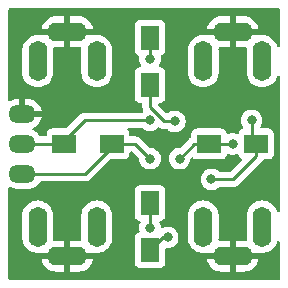
<source format=gbr>
G04 #@! TF.GenerationSoftware,KiCad,Pcbnew,6.0.2+dfsg-1*
G04 #@! TF.CreationDate,2022-10-11T22:50:58+02:00*
G04 #@! TF.ProjectId,buffered_multiple,62756666-6572-4656-945f-6d756c746970,rev?*
G04 #@! TF.SameCoordinates,Original*
G04 #@! TF.FileFunction,Copper,L1,Top*
G04 #@! TF.FilePolarity,Positive*
%FSLAX46Y46*%
G04 Gerber Fmt 4.6, Leading zero omitted, Abs format (unit mm)*
G04 Created by KiCad (PCBNEW 6.0.2+dfsg-1) date 2022-10-11 22:50:58*
%MOMM*%
%LPD*%
G01*
G04 APERTURE LIST*
G04 #@! TA.AperFunction,ComponentPad*
%ADD10O,2.300000X1.524000*%
G04 #@! TD*
G04 #@! TA.AperFunction,SMDPad,CuDef*
%ADD11R,1.600000X2.000000*%
G04 #@! TD*
G04 #@! TA.AperFunction,SMDPad,CuDef*
%ADD12R,2.000000X1.600000*%
G04 #@! TD*
G04 #@! TA.AperFunction,ComponentPad*
%ADD13O,1.600000X3.400000*%
G04 #@! TD*
G04 #@! TA.AperFunction,ComponentPad*
%ADD14O,3.400000X1.600000*%
G04 #@! TD*
G04 #@! TA.AperFunction,ViaPad*
%ADD15C,0.800000*%
G04 #@! TD*
G04 #@! TA.AperFunction,Conductor*
%ADD16C,0.250000*%
G04 #@! TD*
G04 APERTURE END LIST*
D10*
X191705000Y-115040000D03*
X191705000Y-112500000D03*
X191705000Y-109960000D03*
D11*
X202500000Y-103500000D03*
X202500000Y-107500000D03*
D12*
X211500000Y-112500000D03*
X207500000Y-112500000D03*
D13*
X198000000Y-105500000D03*
D14*
X195500000Y-103000000D03*
D13*
X193000000Y-105500000D03*
X212000000Y-105500000D03*
D14*
X209500000Y-103000000D03*
D13*
X207000000Y-105500000D03*
X207000000Y-119500000D03*
D14*
X209500000Y-122000000D03*
D13*
X212000000Y-119500000D03*
X193000000Y-119500000D03*
D14*
X195500000Y-122000000D03*
D13*
X198000000Y-119500000D03*
D11*
X202500000Y-117500000D03*
X202500000Y-121500000D03*
D12*
X195250000Y-112500000D03*
X199250000Y-112500000D03*
D15*
X202500000Y-105300000D03*
X204600000Y-110600000D03*
X205000000Y-113750000D03*
X209500000Y-112500000D03*
X211100000Y-110500000D03*
X207700000Y-115500000D03*
X204000000Y-120400000D03*
X202500000Y-119600000D03*
X202500000Y-110500000D03*
X202500000Y-113750000D03*
D16*
X202500000Y-103500000D02*
X202500000Y-105300000D01*
X203700000Y-110600000D02*
X202500000Y-109400000D01*
X204600000Y-110600000D02*
X203700000Y-110600000D01*
X202500000Y-109400000D02*
X202500000Y-107500000D01*
X207500000Y-112500000D02*
X209500000Y-112500000D01*
X207500000Y-112500000D02*
X206250000Y-112500000D01*
X206250000Y-112500000D02*
X205000000Y-113750000D01*
X211100000Y-110500000D02*
X211100000Y-112100000D01*
X211500000Y-113550000D02*
X209550000Y-115500000D01*
X211100000Y-112100000D02*
X211500000Y-112500000D01*
X211500000Y-112500000D02*
X211500000Y-113550000D01*
X209550000Y-115500000D02*
X207700000Y-115500000D01*
X204000000Y-120400000D02*
X203600000Y-120400000D01*
X203600000Y-120400000D02*
X202500000Y-121500000D01*
X202500000Y-119600000D02*
X202500000Y-117500000D01*
X195250000Y-112250000D02*
X197000000Y-110500000D01*
X192000000Y-112500000D02*
X195250000Y-112500000D01*
X197000000Y-110500000D02*
X202500000Y-110500000D01*
X195250000Y-112500000D02*
X195250000Y-112250000D01*
X199250000Y-112500000D02*
X201250000Y-112500000D01*
X192000000Y-115040000D02*
X196960000Y-115040000D01*
X199250000Y-112750000D02*
X199250000Y-112500000D01*
X201250000Y-112500000D02*
X202500000Y-113750000D01*
X196960000Y-115040000D02*
X199250000Y-112750000D01*
G04 #@! TA.AperFunction,Conductor*
G36*
X213434121Y-101028002D02*
G01*
X213480614Y-101081658D01*
X213492000Y-101134000D01*
X213492000Y-104155500D01*
X213471998Y-104223621D01*
X213418342Y-104270114D01*
X213348068Y-104280218D01*
X213283488Y-104250724D01*
X213244293Y-104188111D01*
X213235707Y-104156067D01*
X213235706Y-104156065D01*
X213234284Y-104150757D01*
X213231961Y-104145775D01*
X213139849Y-103948238D01*
X213139846Y-103948233D01*
X213137523Y-103943251D01*
X213006198Y-103755700D01*
X212844300Y-103593802D01*
X212839792Y-103590645D01*
X212839789Y-103590643D01*
X212761611Y-103535902D01*
X212656749Y-103462477D01*
X212651767Y-103460154D01*
X212651762Y-103460151D01*
X212454225Y-103368039D01*
X212454224Y-103368039D01*
X212449243Y-103365716D01*
X212443935Y-103364294D01*
X212443933Y-103364293D01*
X212233402Y-103307881D01*
X212233400Y-103307881D01*
X212228087Y-103306457D01*
X212000000Y-103286502D01*
X211994525Y-103286981D01*
X211845043Y-103300059D01*
X211792384Y-103304666D01*
X211722779Y-103290677D01*
X211689742Y-103261120D01*
X211673116Y-103254000D01*
X209772115Y-103254000D01*
X209756876Y-103258475D01*
X209755671Y-103259865D01*
X209754000Y-103267548D01*
X209754000Y-104289885D01*
X209758475Y-104305124D01*
X209759865Y-104306329D01*
X209767548Y-104308000D01*
X210454365Y-104308000D01*
X210459830Y-104307762D01*
X210564426Y-104298611D01*
X210634031Y-104312600D01*
X210685023Y-104362000D01*
X210700928Y-104435113D01*
X210691500Y-104542873D01*
X210691500Y-106457127D01*
X210706457Y-106628087D01*
X210765716Y-106849243D01*
X210768039Y-106854224D01*
X210768039Y-106854225D01*
X210860151Y-107051762D01*
X210860154Y-107051767D01*
X210862477Y-107056749D01*
X210993802Y-107244300D01*
X211155700Y-107406198D01*
X211160208Y-107409355D01*
X211160211Y-107409357D01*
X211238389Y-107464098D01*
X211343251Y-107537523D01*
X211348233Y-107539846D01*
X211348238Y-107539849D01*
X211545775Y-107631961D01*
X211550757Y-107634284D01*
X211556065Y-107635706D01*
X211556067Y-107635707D01*
X211766598Y-107692119D01*
X211766600Y-107692119D01*
X211771913Y-107693543D01*
X212000000Y-107713498D01*
X212228087Y-107693543D01*
X212233400Y-107692119D01*
X212233402Y-107692119D01*
X212443933Y-107635707D01*
X212443935Y-107635706D01*
X212449243Y-107634284D01*
X212454225Y-107631961D01*
X212651762Y-107539849D01*
X212651767Y-107539846D01*
X212656749Y-107537523D01*
X212761611Y-107464098D01*
X212839789Y-107409357D01*
X212839792Y-107409355D01*
X212844300Y-107406198D01*
X213006198Y-107244300D01*
X213137523Y-107056749D01*
X213139846Y-107051767D01*
X213139849Y-107051762D01*
X213231961Y-106854225D01*
X213231961Y-106854224D01*
X213234284Y-106849243D01*
X213244293Y-106811889D01*
X213281245Y-106751266D01*
X213345105Y-106720245D01*
X213415600Y-106728673D01*
X213470347Y-106773876D01*
X213492000Y-106844500D01*
X213492000Y-118155500D01*
X213471998Y-118223621D01*
X213418342Y-118270114D01*
X213348068Y-118280218D01*
X213283488Y-118250724D01*
X213244293Y-118188111D01*
X213235707Y-118156067D01*
X213235706Y-118156065D01*
X213234284Y-118150757D01*
X213231961Y-118145775D01*
X213139849Y-117948238D01*
X213139846Y-117948233D01*
X213137523Y-117943251D01*
X213006198Y-117755700D01*
X212844300Y-117593802D01*
X212839792Y-117590645D01*
X212839789Y-117590643D01*
X212761611Y-117535902D01*
X212656749Y-117462477D01*
X212651767Y-117460154D01*
X212651762Y-117460151D01*
X212454225Y-117368039D01*
X212454224Y-117368039D01*
X212449243Y-117365716D01*
X212443935Y-117364294D01*
X212443933Y-117364293D01*
X212233402Y-117307881D01*
X212233400Y-117307881D01*
X212228087Y-117306457D01*
X212000000Y-117286502D01*
X211771913Y-117306457D01*
X211766600Y-117307881D01*
X211766598Y-117307881D01*
X211556067Y-117364293D01*
X211556065Y-117364294D01*
X211550757Y-117365716D01*
X211545776Y-117368039D01*
X211545775Y-117368039D01*
X211348238Y-117460151D01*
X211348233Y-117460154D01*
X211343251Y-117462477D01*
X211238389Y-117535902D01*
X211160211Y-117590643D01*
X211160208Y-117590645D01*
X211155700Y-117593802D01*
X210993802Y-117755700D01*
X210862477Y-117943251D01*
X210860154Y-117948233D01*
X210860151Y-117948238D01*
X210768039Y-118145775D01*
X210765716Y-118150757D01*
X210706457Y-118371913D01*
X210691500Y-118542873D01*
X210691500Y-120457127D01*
X210691738Y-120459844D01*
X210691738Y-120459851D01*
X210700928Y-120564886D01*
X210686939Y-120634491D01*
X210637540Y-120685483D01*
X210564426Y-120701389D01*
X210459830Y-120692238D01*
X210454365Y-120692000D01*
X209772115Y-120692000D01*
X209756876Y-120696475D01*
X209755671Y-120697865D01*
X209754000Y-120705548D01*
X209754000Y-121727885D01*
X209758475Y-121743124D01*
X209759865Y-121744329D01*
X209767548Y-121746000D01*
X211667967Y-121746000D01*
X211683207Y-121741525D01*
X211685981Y-121738324D01*
X211745707Y-121699941D01*
X211792185Y-121695317D01*
X211994524Y-121713019D01*
X211994525Y-121713019D01*
X212000000Y-121713498D01*
X212228087Y-121693543D01*
X212233400Y-121692119D01*
X212233402Y-121692119D01*
X212443933Y-121635707D01*
X212443935Y-121635706D01*
X212449243Y-121634284D01*
X212454225Y-121631961D01*
X212651762Y-121539849D01*
X212651767Y-121539846D01*
X212656749Y-121537523D01*
X212803881Y-121434500D01*
X212839789Y-121409357D01*
X212839792Y-121409355D01*
X212844300Y-121406198D01*
X213006198Y-121244300D01*
X213041557Y-121193803D01*
X213064098Y-121161611D01*
X213137523Y-121056749D01*
X213139846Y-121051767D01*
X213139849Y-121051762D01*
X213231961Y-120854225D01*
X213231961Y-120854224D01*
X213234284Y-120849243D01*
X213244293Y-120811889D01*
X213281245Y-120751266D01*
X213345105Y-120720245D01*
X213415600Y-120728673D01*
X213470347Y-120773876D01*
X213492000Y-120844500D01*
X213492000Y-123866000D01*
X213471998Y-123934121D01*
X213418342Y-123980614D01*
X213366000Y-123992000D01*
X190634000Y-123992000D01*
X190565879Y-123971998D01*
X190519386Y-123918342D01*
X190508000Y-123866000D01*
X190508000Y-122266522D01*
X193317273Y-122266522D01*
X193364764Y-122443761D01*
X193368510Y-122454053D01*
X193460586Y-122651511D01*
X193466069Y-122661007D01*
X193591028Y-122839467D01*
X193598084Y-122847875D01*
X193752125Y-123001916D01*
X193760533Y-123008972D01*
X193938993Y-123133931D01*
X193948489Y-123139414D01*
X194145947Y-123231490D01*
X194156239Y-123235236D01*
X194366688Y-123291625D01*
X194377481Y-123293528D01*
X194540170Y-123307762D01*
X194545635Y-123308000D01*
X195227885Y-123308000D01*
X195243124Y-123303525D01*
X195244329Y-123302135D01*
X195246000Y-123294452D01*
X195246000Y-123289885D01*
X195754000Y-123289885D01*
X195758475Y-123305124D01*
X195759865Y-123306329D01*
X195767548Y-123308000D01*
X196454365Y-123308000D01*
X196459830Y-123307762D01*
X196622519Y-123293528D01*
X196633312Y-123291625D01*
X196843761Y-123235236D01*
X196854053Y-123231490D01*
X197051511Y-123139414D01*
X197061007Y-123133931D01*
X197239467Y-123008972D01*
X197247875Y-123001916D01*
X197401916Y-122847875D01*
X197408972Y-122839467D01*
X197533931Y-122661007D01*
X197539414Y-122651511D01*
X197587619Y-122548134D01*
X201191500Y-122548134D01*
X201198255Y-122610316D01*
X201249385Y-122746705D01*
X201336739Y-122863261D01*
X201453295Y-122950615D01*
X201589684Y-123001745D01*
X201651866Y-123008500D01*
X203348134Y-123008500D01*
X203410316Y-123001745D01*
X203546705Y-122950615D01*
X203663261Y-122863261D01*
X203750615Y-122746705D01*
X203801745Y-122610316D01*
X203808500Y-122548134D01*
X203808500Y-122266522D01*
X207317273Y-122266522D01*
X207364764Y-122443761D01*
X207368510Y-122454053D01*
X207460586Y-122651511D01*
X207466069Y-122661007D01*
X207591028Y-122839467D01*
X207598084Y-122847875D01*
X207752125Y-123001916D01*
X207760533Y-123008972D01*
X207938993Y-123133931D01*
X207948489Y-123139414D01*
X208145947Y-123231490D01*
X208156239Y-123235236D01*
X208366688Y-123291625D01*
X208377481Y-123293528D01*
X208540170Y-123307762D01*
X208545635Y-123308000D01*
X209227885Y-123308000D01*
X209243124Y-123303525D01*
X209244329Y-123302135D01*
X209246000Y-123294452D01*
X209246000Y-123289885D01*
X209754000Y-123289885D01*
X209758475Y-123305124D01*
X209759865Y-123306329D01*
X209767548Y-123308000D01*
X210454365Y-123308000D01*
X210459830Y-123307762D01*
X210622519Y-123293528D01*
X210633312Y-123291625D01*
X210843761Y-123235236D01*
X210854053Y-123231490D01*
X211051511Y-123139414D01*
X211061007Y-123133931D01*
X211239467Y-123008972D01*
X211247875Y-123001916D01*
X211401916Y-122847875D01*
X211408972Y-122839467D01*
X211533931Y-122661007D01*
X211539414Y-122651511D01*
X211631490Y-122454053D01*
X211635236Y-122443761D01*
X211681394Y-122271497D01*
X211681058Y-122257401D01*
X211673116Y-122254000D01*
X209772115Y-122254000D01*
X209756876Y-122258475D01*
X209755671Y-122259865D01*
X209754000Y-122267548D01*
X209754000Y-123289885D01*
X209246000Y-123289885D01*
X209246000Y-122272115D01*
X209241525Y-122256876D01*
X209240135Y-122255671D01*
X209232452Y-122254000D01*
X207332033Y-122254000D01*
X207318502Y-122257973D01*
X207317273Y-122266522D01*
X203808500Y-122266522D01*
X203808500Y-121434500D01*
X203828502Y-121366379D01*
X203882158Y-121319886D01*
X203934500Y-121308500D01*
X204095487Y-121308500D01*
X204101939Y-121307128D01*
X204101944Y-121307128D01*
X204188887Y-121288647D01*
X204282288Y-121268794D01*
X204347435Y-121239789D01*
X204450722Y-121193803D01*
X204450724Y-121193802D01*
X204456752Y-121191118D01*
X204611253Y-121078866D01*
X204739040Y-120936944D01*
X204834527Y-120771556D01*
X204893542Y-120589928D01*
X204907214Y-120459851D01*
X204907500Y-120457127D01*
X205691500Y-120457127D01*
X205706457Y-120628087D01*
X205707881Y-120633400D01*
X205707881Y-120633402D01*
X205743216Y-120765271D01*
X205765716Y-120849243D01*
X205768039Y-120854224D01*
X205768039Y-120854225D01*
X205860151Y-121051762D01*
X205860154Y-121051767D01*
X205862477Y-121056749D01*
X205935902Y-121161611D01*
X205958444Y-121193803D01*
X205993802Y-121244300D01*
X206155700Y-121406198D01*
X206160208Y-121409355D01*
X206160211Y-121409357D01*
X206196119Y-121434500D01*
X206343251Y-121537523D01*
X206348233Y-121539846D01*
X206348238Y-121539849D01*
X206545775Y-121631961D01*
X206550757Y-121634284D01*
X206556065Y-121635706D01*
X206556067Y-121635707D01*
X206766598Y-121692119D01*
X206766600Y-121692119D01*
X206771913Y-121693543D01*
X207000000Y-121713498D01*
X207005475Y-121713019D01*
X207207616Y-121695334D01*
X207277221Y-121709323D01*
X207310258Y-121738880D01*
X207326884Y-121746000D01*
X209227885Y-121746000D01*
X209243124Y-121741525D01*
X209244329Y-121740135D01*
X209246000Y-121732452D01*
X209246000Y-120710115D01*
X209241525Y-120694876D01*
X209240135Y-120693671D01*
X209232452Y-120692000D01*
X208545635Y-120692000D01*
X208540170Y-120692238D01*
X208435574Y-120701389D01*
X208365969Y-120687400D01*
X208314977Y-120638000D01*
X208299072Y-120564886D01*
X208308262Y-120459851D01*
X208308262Y-120459844D01*
X208308500Y-120457127D01*
X208308500Y-118542873D01*
X208293543Y-118371913D01*
X208234284Y-118150757D01*
X208231961Y-118145775D01*
X208139849Y-117948238D01*
X208139846Y-117948233D01*
X208137523Y-117943251D01*
X208006198Y-117755700D01*
X207844300Y-117593802D01*
X207839792Y-117590645D01*
X207839789Y-117590643D01*
X207761611Y-117535902D01*
X207656749Y-117462477D01*
X207651767Y-117460154D01*
X207651762Y-117460151D01*
X207454225Y-117368039D01*
X207454224Y-117368039D01*
X207449243Y-117365716D01*
X207443935Y-117364294D01*
X207443933Y-117364293D01*
X207233402Y-117307881D01*
X207233400Y-117307881D01*
X207228087Y-117306457D01*
X207000000Y-117286502D01*
X206771913Y-117306457D01*
X206766600Y-117307881D01*
X206766598Y-117307881D01*
X206556067Y-117364293D01*
X206556065Y-117364294D01*
X206550757Y-117365716D01*
X206545776Y-117368039D01*
X206545775Y-117368039D01*
X206348238Y-117460151D01*
X206348233Y-117460154D01*
X206343251Y-117462477D01*
X206238389Y-117535902D01*
X206160211Y-117590643D01*
X206160208Y-117590645D01*
X206155700Y-117593802D01*
X205993802Y-117755700D01*
X205862477Y-117943251D01*
X205860154Y-117948233D01*
X205860151Y-117948238D01*
X205768039Y-118145775D01*
X205765716Y-118150757D01*
X205706457Y-118371913D01*
X205691500Y-118542873D01*
X205691500Y-120457127D01*
X204907500Y-120457127D01*
X204912814Y-120406565D01*
X204913504Y-120400000D01*
X204893542Y-120210072D01*
X204834527Y-120028444D01*
X204739040Y-119863056D01*
X204678846Y-119796203D01*
X204615675Y-119726045D01*
X204615674Y-119726044D01*
X204611253Y-119721134D01*
X204456752Y-119608882D01*
X204450724Y-119606198D01*
X204450722Y-119606197D01*
X204288319Y-119533891D01*
X204288318Y-119533891D01*
X204282288Y-119531206D01*
X204188887Y-119511353D01*
X204101944Y-119492872D01*
X204101939Y-119492872D01*
X204095487Y-119491500D01*
X203904513Y-119491500D01*
X203898061Y-119492872D01*
X203898056Y-119492872D01*
X203811113Y-119511353D01*
X203717712Y-119531206D01*
X203711685Y-119533889D01*
X203711677Y-119533892D01*
X203578626Y-119593130D01*
X203508259Y-119602564D01*
X203443962Y-119572457D01*
X203406149Y-119512368D01*
X203402068Y-119491193D01*
X203394232Y-119416635D01*
X203394232Y-119416633D01*
X203393542Y-119410072D01*
X203334527Y-119228444D01*
X203312481Y-119190259D01*
X203295744Y-119121263D01*
X203318965Y-119054172D01*
X203374773Y-119010285D01*
X203394973Y-119005247D01*
X203394778Y-119004425D01*
X203402460Y-119002598D01*
X203410316Y-119001745D01*
X203546705Y-118950615D01*
X203663261Y-118863261D01*
X203750615Y-118746705D01*
X203801745Y-118610316D01*
X203808500Y-118548134D01*
X203808500Y-116451866D01*
X203801745Y-116389684D01*
X203750615Y-116253295D01*
X203663261Y-116136739D01*
X203546705Y-116049385D01*
X203410316Y-115998255D01*
X203348134Y-115991500D01*
X201651866Y-115991500D01*
X201589684Y-115998255D01*
X201453295Y-116049385D01*
X201336739Y-116136739D01*
X201249385Y-116253295D01*
X201198255Y-116389684D01*
X201191500Y-116451866D01*
X201191500Y-118548134D01*
X201198255Y-118610316D01*
X201249385Y-118746705D01*
X201336739Y-118863261D01*
X201453295Y-118950615D01*
X201589684Y-119001745D01*
X201597540Y-119002598D01*
X201605222Y-119004425D01*
X201604558Y-119007216D01*
X201657554Y-119029227D01*
X201697989Y-119087584D01*
X201700455Y-119158538D01*
X201687519Y-119190259D01*
X201665473Y-119228444D01*
X201606458Y-119410072D01*
X201586496Y-119600000D01*
X201587186Y-119606565D01*
X201599228Y-119721134D01*
X201606458Y-119789928D01*
X201608497Y-119796203D01*
X201627736Y-119855413D01*
X201629764Y-119926381D01*
X201593101Y-119987179D01*
X201552133Y-120012332D01*
X201524421Y-120022721D01*
X201453295Y-120049385D01*
X201336739Y-120136739D01*
X201249385Y-120253295D01*
X201198255Y-120389684D01*
X201191500Y-120451866D01*
X201191500Y-122548134D01*
X197587619Y-122548134D01*
X197631490Y-122454053D01*
X197635236Y-122443761D01*
X197681394Y-122271497D01*
X197681058Y-122257401D01*
X197673116Y-122254000D01*
X195772115Y-122254000D01*
X195756876Y-122258475D01*
X195755671Y-122259865D01*
X195754000Y-122267548D01*
X195754000Y-123289885D01*
X195246000Y-123289885D01*
X195246000Y-122272115D01*
X195241525Y-122256876D01*
X195240135Y-122255671D01*
X195232452Y-122254000D01*
X193332033Y-122254000D01*
X193318502Y-122257973D01*
X193317273Y-122266522D01*
X190508000Y-122266522D01*
X190508000Y-120457127D01*
X191691500Y-120457127D01*
X191706457Y-120628087D01*
X191707881Y-120633400D01*
X191707881Y-120633402D01*
X191743216Y-120765271D01*
X191765716Y-120849243D01*
X191768039Y-120854224D01*
X191768039Y-120854225D01*
X191860151Y-121051762D01*
X191860154Y-121051767D01*
X191862477Y-121056749D01*
X191935902Y-121161611D01*
X191958444Y-121193803D01*
X191993802Y-121244300D01*
X192155700Y-121406198D01*
X192160208Y-121409355D01*
X192160211Y-121409357D01*
X192196119Y-121434500D01*
X192343251Y-121537523D01*
X192348233Y-121539846D01*
X192348238Y-121539849D01*
X192545775Y-121631961D01*
X192550757Y-121634284D01*
X192556065Y-121635706D01*
X192556067Y-121635707D01*
X192766598Y-121692119D01*
X192766600Y-121692119D01*
X192771913Y-121693543D01*
X193000000Y-121713498D01*
X193005475Y-121713019D01*
X193207616Y-121695334D01*
X193277221Y-121709323D01*
X193310258Y-121738880D01*
X193326884Y-121746000D01*
X195227885Y-121746000D01*
X195243124Y-121741525D01*
X195244329Y-121740135D01*
X195246000Y-121732452D01*
X195246000Y-121727885D01*
X195754000Y-121727885D01*
X195758475Y-121743124D01*
X195759865Y-121744329D01*
X195767548Y-121746000D01*
X197667967Y-121746000D01*
X197683207Y-121741525D01*
X197685981Y-121738324D01*
X197745707Y-121699941D01*
X197792185Y-121695317D01*
X197994524Y-121713019D01*
X197994525Y-121713019D01*
X198000000Y-121713498D01*
X198228087Y-121693543D01*
X198233400Y-121692119D01*
X198233402Y-121692119D01*
X198443933Y-121635707D01*
X198443935Y-121635706D01*
X198449243Y-121634284D01*
X198454225Y-121631961D01*
X198651762Y-121539849D01*
X198651767Y-121539846D01*
X198656749Y-121537523D01*
X198803881Y-121434500D01*
X198839789Y-121409357D01*
X198839792Y-121409355D01*
X198844300Y-121406198D01*
X199006198Y-121244300D01*
X199041557Y-121193803D01*
X199064098Y-121161611D01*
X199137523Y-121056749D01*
X199139846Y-121051767D01*
X199139849Y-121051762D01*
X199231961Y-120854225D01*
X199231961Y-120854224D01*
X199234284Y-120849243D01*
X199256785Y-120765271D01*
X199292119Y-120633402D01*
X199292119Y-120633400D01*
X199293543Y-120628087D01*
X199308500Y-120457127D01*
X199308500Y-118542873D01*
X199293543Y-118371913D01*
X199234284Y-118150757D01*
X199231961Y-118145775D01*
X199139849Y-117948238D01*
X199139846Y-117948233D01*
X199137523Y-117943251D01*
X199006198Y-117755700D01*
X198844300Y-117593802D01*
X198839792Y-117590645D01*
X198839789Y-117590643D01*
X198761611Y-117535902D01*
X198656749Y-117462477D01*
X198651767Y-117460154D01*
X198651762Y-117460151D01*
X198454225Y-117368039D01*
X198454224Y-117368039D01*
X198449243Y-117365716D01*
X198443935Y-117364294D01*
X198443933Y-117364293D01*
X198233402Y-117307881D01*
X198233400Y-117307881D01*
X198228087Y-117306457D01*
X198000000Y-117286502D01*
X197771913Y-117306457D01*
X197766600Y-117307881D01*
X197766598Y-117307881D01*
X197556067Y-117364293D01*
X197556065Y-117364294D01*
X197550757Y-117365716D01*
X197545776Y-117368039D01*
X197545775Y-117368039D01*
X197348238Y-117460151D01*
X197348233Y-117460154D01*
X197343251Y-117462477D01*
X197238389Y-117535902D01*
X197160211Y-117590643D01*
X197160208Y-117590645D01*
X197155700Y-117593802D01*
X196993802Y-117755700D01*
X196862477Y-117943251D01*
X196860154Y-117948233D01*
X196860151Y-117948238D01*
X196768039Y-118145775D01*
X196765716Y-118150757D01*
X196706457Y-118371913D01*
X196691500Y-118542873D01*
X196691500Y-120457127D01*
X196691738Y-120459844D01*
X196691738Y-120459851D01*
X196700928Y-120564886D01*
X196686939Y-120634491D01*
X196637540Y-120685483D01*
X196564426Y-120701389D01*
X196459830Y-120692238D01*
X196454365Y-120692000D01*
X195772115Y-120692000D01*
X195756876Y-120696475D01*
X195755671Y-120697865D01*
X195754000Y-120705548D01*
X195754000Y-121727885D01*
X195246000Y-121727885D01*
X195246000Y-120710115D01*
X195241525Y-120694876D01*
X195240135Y-120693671D01*
X195232452Y-120692000D01*
X194545635Y-120692000D01*
X194540170Y-120692238D01*
X194435574Y-120701389D01*
X194365969Y-120687400D01*
X194314977Y-120638000D01*
X194299072Y-120564886D01*
X194308262Y-120459851D01*
X194308262Y-120459844D01*
X194308500Y-120457127D01*
X194308500Y-118542873D01*
X194293543Y-118371913D01*
X194234284Y-118150757D01*
X194231961Y-118145775D01*
X194139849Y-117948238D01*
X194139846Y-117948233D01*
X194137523Y-117943251D01*
X194006198Y-117755700D01*
X193844300Y-117593802D01*
X193839792Y-117590645D01*
X193839789Y-117590643D01*
X193761611Y-117535902D01*
X193656749Y-117462477D01*
X193651767Y-117460154D01*
X193651762Y-117460151D01*
X193454225Y-117368039D01*
X193454224Y-117368039D01*
X193449243Y-117365716D01*
X193443935Y-117364294D01*
X193443933Y-117364293D01*
X193233402Y-117307881D01*
X193233400Y-117307881D01*
X193228087Y-117306457D01*
X193000000Y-117286502D01*
X192771913Y-117306457D01*
X192766600Y-117307881D01*
X192766598Y-117307881D01*
X192556067Y-117364293D01*
X192556065Y-117364294D01*
X192550757Y-117365716D01*
X192545776Y-117368039D01*
X192545775Y-117368039D01*
X192348238Y-117460151D01*
X192348233Y-117460154D01*
X192343251Y-117462477D01*
X192238389Y-117535902D01*
X192160211Y-117590643D01*
X192160208Y-117590645D01*
X192155700Y-117593802D01*
X191993802Y-117755700D01*
X191862477Y-117943251D01*
X191860154Y-117948233D01*
X191860151Y-117948238D01*
X191768039Y-118145775D01*
X191765716Y-118150757D01*
X191706457Y-118371913D01*
X191691500Y-118542873D01*
X191691500Y-120457127D01*
X190508000Y-120457127D01*
X190508000Y-116260177D01*
X190528002Y-116192056D01*
X190581658Y-116145563D01*
X190651932Y-116135459D01*
X190700953Y-116153439D01*
X190737874Y-116176599D01*
X190948301Y-116261190D01*
X191170382Y-116307181D01*
X191174993Y-116307447D01*
X191174994Y-116307447D01*
X191226121Y-116310395D01*
X191226125Y-116310395D01*
X191227944Y-116310500D01*
X192150535Y-116310500D01*
X192153322Y-116310251D01*
X192153328Y-116310251D01*
X192223506Y-116303987D01*
X192318895Y-116295474D01*
X192537651Y-116235630D01*
X192542709Y-116233218D01*
X192542713Y-116233216D01*
X192737284Y-116140410D01*
X192737285Y-116140409D01*
X192742351Y-116137993D01*
X192747826Y-116134059D01*
X192921966Y-116008926D01*
X192921968Y-116008924D01*
X192926526Y-116005649D01*
X193056472Y-115871556D01*
X193080452Y-115846811D01*
X193080454Y-115846808D01*
X193084355Y-115842783D01*
X193160663Y-115729224D01*
X193215259Y-115683839D01*
X193265245Y-115673500D01*
X196881233Y-115673500D01*
X196892416Y-115674027D01*
X196899909Y-115675702D01*
X196907835Y-115675453D01*
X196907836Y-115675453D01*
X196967986Y-115673562D01*
X196971945Y-115673500D01*
X196999856Y-115673500D01*
X197003791Y-115673003D01*
X197003856Y-115672995D01*
X197015693Y-115672062D01*
X197047951Y-115671048D01*
X197051970Y-115670922D01*
X197059889Y-115670673D01*
X197079343Y-115665021D01*
X197098700Y-115661013D01*
X197110930Y-115659468D01*
X197110931Y-115659468D01*
X197118797Y-115658474D01*
X197126168Y-115655555D01*
X197126170Y-115655555D01*
X197159912Y-115642196D01*
X197171142Y-115638351D01*
X197205983Y-115628229D01*
X197205984Y-115628229D01*
X197213593Y-115626018D01*
X197220412Y-115621985D01*
X197220417Y-115621983D01*
X197231028Y-115615707D01*
X197248776Y-115607012D01*
X197267617Y-115599552D01*
X197303387Y-115573564D01*
X197313307Y-115567048D01*
X197344535Y-115548580D01*
X197344538Y-115548578D01*
X197351362Y-115544542D01*
X197365683Y-115530221D01*
X197380717Y-115517380D01*
X197390694Y-115510131D01*
X197397107Y-115505472D01*
X197425298Y-115471395D01*
X197433288Y-115462616D01*
X199050500Y-113845405D01*
X199112812Y-113811379D01*
X199139595Y-113808500D01*
X200298134Y-113808500D01*
X200360316Y-113801745D01*
X200496705Y-113750615D01*
X200613261Y-113663261D01*
X200700615Y-113546705D01*
X200751745Y-113410316D01*
X200758500Y-113348134D01*
X200758500Y-113259500D01*
X200778502Y-113191379D01*
X200832158Y-113144886D01*
X200884500Y-113133500D01*
X200935406Y-113133500D01*
X201003527Y-113153502D01*
X201024501Y-113170405D01*
X201552878Y-113698782D01*
X201586904Y-113761094D01*
X201589092Y-113774703D01*
X201596180Y-113842136D01*
X201604124Y-113917717D01*
X201606458Y-113939928D01*
X201665473Y-114121556D01*
X201760960Y-114286944D01*
X201765378Y-114291851D01*
X201765379Y-114291852D01*
X201884325Y-114423955D01*
X201888747Y-114428866D01*
X202043248Y-114541118D01*
X202049276Y-114543802D01*
X202049278Y-114543803D01*
X202156408Y-114591500D01*
X202217712Y-114618794D01*
X202311113Y-114638647D01*
X202398056Y-114657128D01*
X202398061Y-114657128D01*
X202404513Y-114658500D01*
X202595487Y-114658500D01*
X202601939Y-114657128D01*
X202601944Y-114657128D01*
X202688887Y-114638647D01*
X202782288Y-114618794D01*
X202843592Y-114591500D01*
X202950722Y-114543803D01*
X202950724Y-114543802D01*
X202956752Y-114541118D01*
X203111253Y-114428866D01*
X203115675Y-114423955D01*
X203234621Y-114291852D01*
X203234622Y-114291851D01*
X203239040Y-114286944D01*
X203334527Y-114121556D01*
X203393542Y-113939928D01*
X203395877Y-113917717D01*
X203412814Y-113756565D01*
X203413504Y-113750000D01*
X204086496Y-113750000D01*
X204087186Y-113756565D01*
X204104124Y-113917717D01*
X204106458Y-113939928D01*
X204165473Y-114121556D01*
X204260960Y-114286944D01*
X204265378Y-114291851D01*
X204265379Y-114291852D01*
X204384325Y-114423955D01*
X204388747Y-114428866D01*
X204543248Y-114541118D01*
X204549276Y-114543802D01*
X204549278Y-114543803D01*
X204656408Y-114591500D01*
X204717712Y-114618794D01*
X204811113Y-114638647D01*
X204898056Y-114657128D01*
X204898061Y-114657128D01*
X204904513Y-114658500D01*
X205095487Y-114658500D01*
X205101939Y-114657128D01*
X205101944Y-114657128D01*
X205188887Y-114638647D01*
X205282288Y-114618794D01*
X205343592Y-114591500D01*
X205450722Y-114543803D01*
X205450724Y-114543802D01*
X205456752Y-114541118D01*
X205611253Y-114428866D01*
X205615675Y-114423955D01*
X205734621Y-114291852D01*
X205734622Y-114291851D01*
X205739040Y-114286944D01*
X205834527Y-114121556D01*
X205893542Y-113939928D01*
X205895877Y-113917717D01*
X205903820Y-113842136D01*
X205910907Y-113774706D01*
X205937920Y-113709050D01*
X205947114Y-113698790D01*
X205971497Y-113674407D01*
X206033810Y-113640383D01*
X206104626Y-113645449D01*
X206135309Y-113665169D01*
X206136739Y-113663261D01*
X206253295Y-113750615D01*
X206389684Y-113801745D01*
X206451866Y-113808500D01*
X208548134Y-113808500D01*
X208610316Y-113801745D01*
X208746705Y-113750615D01*
X208863261Y-113663261D01*
X208950615Y-113546705D01*
X208962096Y-113516081D01*
X208998999Y-113417641D01*
X209041640Y-113360876D01*
X209108202Y-113336176D01*
X209168229Y-113346763D01*
X209217712Y-113368794D01*
X209292680Y-113384729D01*
X209398056Y-113407128D01*
X209398061Y-113407128D01*
X209404513Y-113408500D01*
X209595487Y-113408500D01*
X209601939Y-113407128D01*
X209601944Y-113407128D01*
X209707320Y-113384729D01*
X209782288Y-113368794D01*
X209831771Y-113346763D01*
X209902137Y-113337329D01*
X209966434Y-113367435D01*
X210001001Y-113417641D01*
X210037905Y-113516081D01*
X210049385Y-113546705D01*
X210136739Y-113663261D01*
X210214034Y-113721190D01*
X210222848Y-113727796D01*
X210265363Y-113784655D01*
X210270389Y-113855474D01*
X210236378Y-113917717D01*
X209324500Y-114829595D01*
X209262188Y-114863621D01*
X209235405Y-114866500D01*
X208408200Y-114866500D01*
X208340079Y-114846498D01*
X208320853Y-114830157D01*
X208320580Y-114830460D01*
X208315668Y-114826037D01*
X208311253Y-114821134D01*
X208156752Y-114708882D01*
X208150724Y-114706198D01*
X208150722Y-114706197D01*
X207988319Y-114633891D01*
X207988318Y-114633891D01*
X207982288Y-114631206D01*
X207888887Y-114611353D01*
X207801944Y-114592872D01*
X207801939Y-114592872D01*
X207795487Y-114591500D01*
X207604513Y-114591500D01*
X207598061Y-114592872D01*
X207598056Y-114592872D01*
X207511113Y-114611353D01*
X207417712Y-114631206D01*
X207411682Y-114633891D01*
X207411681Y-114633891D01*
X207249278Y-114706197D01*
X207249276Y-114706198D01*
X207243248Y-114708882D01*
X207088747Y-114821134D01*
X207084326Y-114826044D01*
X207084325Y-114826045D01*
X207050492Y-114863621D01*
X206960960Y-114963056D01*
X206865473Y-115128444D01*
X206806458Y-115310072D01*
X206786496Y-115500000D01*
X206787186Y-115506565D01*
X206804937Y-115675453D01*
X206806458Y-115689928D01*
X206865473Y-115871556D01*
X206960960Y-116036944D01*
X206965378Y-116041851D01*
X206965379Y-116041852D01*
X207084325Y-116173955D01*
X207088747Y-116178866D01*
X207163553Y-116233216D01*
X207203624Y-116262329D01*
X207243248Y-116291118D01*
X207249276Y-116293802D01*
X207249278Y-116293803D01*
X207411681Y-116366109D01*
X207417712Y-116368794D01*
X207511113Y-116388647D01*
X207598056Y-116407128D01*
X207598061Y-116407128D01*
X207604513Y-116408500D01*
X207795487Y-116408500D01*
X207801939Y-116407128D01*
X207801944Y-116407128D01*
X207888887Y-116388647D01*
X207982288Y-116368794D01*
X207988319Y-116366109D01*
X208150722Y-116293803D01*
X208150724Y-116293802D01*
X208156752Y-116291118D01*
X208196377Y-116262329D01*
X208293099Y-116192056D01*
X208311253Y-116178866D01*
X208315668Y-116173963D01*
X208320580Y-116169540D01*
X208321705Y-116170789D01*
X208375014Y-116137949D01*
X208408200Y-116133500D01*
X209471233Y-116133500D01*
X209482416Y-116134027D01*
X209489909Y-116135702D01*
X209497835Y-116135453D01*
X209497836Y-116135453D01*
X209557986Y-116133562D01*
X209561945Y-116133500D01*
X209589856Y-116133500D01*
X209593791Y-116133003D01*
X209593856Y-116132995D01*
X209605693Y-116132062D01*
X209637951Y-116131048D01*
X209641970Y-116130922D01*
X209649889Y-116130673D01*
X209669343Y-116125021D01*
X209688700Y-116121013D01*
X209700930Y-116119468D01*
X209700931Y-116119468D01*
X209708797Y-116118474D01*
X209716168Y-116115555D01*
X209716170Y-116115555D01*
X209749912Y-116102196D01*
X209761142Y-116098351D01*
X209795983Y-116088229D01*
X209795984Y-116088229D01*
X209803593Y-116086018D01*
X209810412Y-116081985D01*
X209810417Y-116081983D01*
X209821028Y-116075707D01*
X209838776Y-116067012D01*
X209857617Y-116059552D01*
X209893387Y-116033564D01*
X209903307Y-116027048D01*
X209934535Y-116008580D01*
X209934538Y-116008578D01*
X209941362Y-116004542D01*
X209955683Y-115990221D01*
X209970717Y-115977380D01*
X209980694Y-115970131D01*
X209987107Y-115965472D01*
X210015298Y-115931395D01*
X210023288Y-115922616D01*
X211892247Y-114053657D01*
X211900537Y-114046113D01*
X211907018Y-114042000D01*
X211953659Y-113992332D01*
X211956413Y-113989491D01*
X211976134Y-113969770D01*
X211978612Y-113966575D01*
X211986318Y-113957553D01*
X212011158Y-113931101D01*
X212016586Y-113925321D01*
X212026346Y-113907568D01*
X212037199Y-113891045D01*
X212041032Y-113886103D01*
X212049613Y-113875041D01*
X212051917Y-113869717D01*
X212103120Y-113821908D01*
X212159680Y-113808500D01*
X212548134Y-113808500D01*
X212610316Y-113801745D01*
X212746705Y-113750615D01*
X212863261Y-113663261D01*
X212950615Y-113546705D01*
X213001745Y-113410316D01*
X213008500Y-113348134D01*
X213008500Y-111651866D01*
X213001745Y-111589684D01*
X212950615Y-111453295D01*
X212863261Y-111336739D01*
X212746705Y-111249385D01*
X212610316Y-111198255D01*
X212548134Y-111191500D01*
X211968045Y-111191500D01*
X211899924Y-111171498D01*
X211853431Y-111117842D01*
X211843327Y-111047568D01*
X211858926Y-111002500D01*
X211873488Y-110977279D01*
X211934527Y-110871556D01*
X211993542Y-110689928D01*
X212013504Y-110500000D01*
X212004052Y-110410072D01*
X211994232Y-110316635D01*
X211994232Y-110316633D01*
X211993542Y-110310072D01*
X211934527Y-110128444D01*
X211839040Y-109963056D01*
X211822882Y-109945110D01*
X211715675Y-109826045D01*
X211715674Y-109826044D01*
X211711253Y-109821134D01*
X211556752Y-109708882D01*
X211550724Y-109706198D01*
X211550722Y-109706197D01*
X211388319Y-109633891D01*
X211388318Y-109633891D01*
X211382288Y-109631206D01*
X211287895Y-109611142D01*
X211201944Y-109592872D01*
X211201939Y-109592872D01*
X211195487Y-109591500D01*
X211004513Y-109591500D01*
X210998061Y-109592872D01*
X210998056Y-109592872D01*
X210912105Y-109611142D01*
X210817712Y-109631206D01*
X210811682Y-109633891D01*
X210811681Y-109633891D01*
X210649278Y-109706197D01*
X210649276Y-109706198D01*
X210643248Y-109708882D01*
X210488747Y-109821134D01*
X210484326Y-109826044D01*
X210484325Y-109826045D01*
X210377119Y-109945110D01*
X210360960Y-109963056D01*
X210265473Y-110128444D01*
X210206458Y-110310072D01*
X210205768Y-110316633D01*
X210205768Y-110316635D01*
X210195948Y-110410072D01*
X210186496Y-110500000D01*
X210206458Y-110689928D01*
X210265473Y-110871556D01*
X210268776Y-110877278D01*
X210268777Y-110877279D01*
X210341074Y-111002500D01*
X210360960Y-111036944D01*
X210363022Y-111039234D01*
X210386442Y-111104868D01*
X210370364Y-111174020D01*
X210319452Y-111223502D01*
X210304878Y-111230047D01*
X210266256Y-111244526D01*
X210253295Y-111249385D01*
X210136739Y-111336739D01*
X210049385Y-111453295D01*
X210046233Y-111461703D01*
X210046232Y-111461705D01*
X210001001Y-111582359D01*
X209958360Y-111639124D01*
X209891798Y-111663824D01*
X209831771Y-111653237D01*
X209782288Y-111631206D01*
X209688887Y-111611353D01*
X209601944Y-111592872D01*
X209601939Y-111592872D01*
X209595487Y-111591500D01*
X209404513Y-111591500D01*
X209398061Y-111592872D01*
X209398056Y-111592872D01*
X209311112Y-111611353D01*
X209217712Y-111631206D01*
X209168229Y-111653237D01*
X209097863Y-111662671D01*
X209033566Y-111632565D01*
X208998999Y-111582359D01*
X208953768Y-111461705D01*
X208953767Y-111461703D01*
X208950615Y-111453295D01*
X208863261Y-111336739D01*
X208746705Y-111249385D01*
X208610316Y-111198255D01*
X208548134Y-111191500D01*
X206451866Y-111191500D01*
X206389684Y-111198255D01*
X206253295Y-111249385D01*
X206136739Y-111336739D01*
X206049385Y-111453295D01*
X205998255Y-111589684D01*
X205991500Y-111651866D01*
X205991500Y-111840562D01*
X205971498Y-111908683D01*
X205939560Y-111942499D01*
X205906613Y-111966436D01*
X205896693Y-111972952D01*
X205865465Y-111991420D01*
X205865462Y-111991422D01*
X205858638Y-111995458D01*
X205844317Y-112009779D01*
X205829284Y-112022619D01*
X205812893Y-112034528D01*
X205807843Y-112040632D01*
X205807838Y-112040637D01*
X205784707Y-112068598D01*
X205776717Y-112077379D01*
X205049499Y-112804596D01*
X204987187Y-112838621D01*
X204960404Y-112841500D01*
X204904513Y-112841500D01*
X204898061Y-112842872D01*
X204898056Y-112842872D01*
X204811112Y-112861353D01*
X204717712Y-112881206D01*
X204711682Y-112883891D01*
X204711681Y-112883891D01*
X204549278Y-112956197D01*
X204549276Y-112956198D01*
X204543248Y-112958882D01*
X204388747Y-113071134D01*
X204384326Y-113076044D01*
X204384325Y-113076045D01*
X204266271Y-113207158D01*
X204260960Y-113213056D01*
X204230467Y-113265872D01*
X204172595Y-113366109D01*
X204165473Y-113378444D01*
X204106458Y-113560072D01*
X204105768Y-113566633D01*
X204105768Y-113566635D01*
X204095412Y-113665169D01*
X204086496Y-113750000D01*
X203413504Y-113750000D01*
X203404588Y-113665169D01*
X203394232Y-113566635D01*
X203394232Y-113566633D01*
X203393542Y-113560072D01*
X203334527Y-113378444D01*
X203327406Y-113366109D01*
X203269533Y-113265872D01*
X203239040Y-113213056D01*
X203233730Y-113207158D01*
X203115675Y-113076045D01*
X203115674Y-113076044D01*
X203111253Y-113071134D01*
X202956752Y-112958882D01*
X202950724Y-112956198D01*
X202950722Y-112956197D01*
X202788319Y-112883891D01*
X202788318Y-112883891D01*
X202782288Y-112881206D01*
X202688888Y-112861353D01*
X202601944Y-112842872D01*
X202601939Y-112842872D01*
X202595487Y-112841500D01*
X202539595Y-112841500D01*
X202471474Y-112821498D01*
X202450499Y-112804595D01*
X201753647Y-112107742D01*
X201746113Y-112099463D01*
X201742000Y-112092982D01*
X201692348Y-112046356D01*
X201689507Y-112043602D01*
X201669770Y-112023865D01*
X201666573Y-112021385D01*
X201657551Y-112013680D01*
X201644122Y-112001069D01*
X201625321Y-111983414D01*
X201618375Y-111979595D01*
X201618372Y-111979593D01*
X201607566Y-111973652D01*
X201591047Y-111962801D01*
X201590583Y-111962441D01*
X201575041Y-111950386D01*
X201567772Y-111947241D01*
X201567768Y-111947238D01*
X201534463Y-111932826D01*
X201523813Y-111927609D01*
X201485060Y-111906305D01*
X201465437Y-111901267D01*
X201446734Y-111894863D01*
X201435420Y-111889967D01*
X201435419Y-111889967D01*
X201428145Y-111886819D01*
X201420322Y-111885580D01*
X201420312Y-111885577D01*
X201384476Y-111879901D01*
X201372856Y-111877495D01*
X201337711Y-111868472D01*
X201337710Y-111868472D01*
X201330030Y-111866500D01*
X201309776Y-111866500D01*
X201290065Y-111864949D01*
X201277886Y-111863020D01*
X201270057Y-111861780D01*
X201262165Y-111862526D01*
X201226039Y-111865941D01*
X201214181Y-111866500D01*
X200884500Y-111866500D01*
X200816379Y-111846498D01*
X200769886Y-111792842D01*
X200758500Y-111740500D01*
X200758500Y-111651866D01*
X200751745Y-111589684D01*
X200700615Y-111453295D01*
X200613261Y-111336739D01*
X200615803Y-111334834D01*
X200589292Y-111286283D01*
X200594357Y-111215468D01*
X200636904Y-111158632D01*
X200703424Y-111133821D01*
X200712413Y-111133500D01*
X201791800Y-111133500D01*
X201859921Y-111153502D01*
X201879147Y-111169843D01*
X201879420Y-111169540D01*
X201884332Y-111173963D01*
X201888747Y-111178866D01*
X201902174Y-111188621D01*
X202031724Y-111282745D01*
X202043248Y-111291118D01*
X202049276Y-111293802D01*
X202049278Y-111293803D01*
X202200907Y-111361312D01*
X202217712Y-111368794D01*
X202304479Y-111387237D01*
X202398056Y-111407128D01*
X202398061Y-111407128D01*
X202404513Y-111408500D01*
X202595487Y-111408500D01*
X202601939Y-111407128D01*
X202601944Y-111407128D01*
X202695521Y-111387237D01*
X202782288Y-111368794D01*
X202799093Y-111361312D01*
X202950722Y-111293803D01*
X202950724Y-111293802D01*
X202956752Y-111291118D01*
X202968277Y-111282745D01*
X203020880Y-111244526D01*
X203111253Y-111178866D01*
X203123029Y-111165788D01*
X203141968Y-111144753D01*
X203154312Y-111131044D01*
X203214758Y-111093804D01*
X203285741Y-111095156D01*
X203320491Y-111112653D01*
X203324679Y-111116586D01*
X203331628Y-111120406D01*
X203342432Y-111126346D01*
X203358956Y-111137199D01*
X203374959Y-111149613D01*
X203415543Y-111167176D01*
X203426173Y-111172383D01*
X203464940Y-111193695D01*
X203472617Y-111195666D01*
X203472622Y-111195668D01*
X203484558Y-111198732D01*
X203503266Y-111205137D01*
X203521855Y-111213181D01*
X203529683Y-111214421D01*
X203529690Y-111214423D01*
X203565524Y-111220099D01*
X203577144Y-111222505D01*
X203612289Y-111231528D01*
X203619970Y-111233500D01*
X203640224Y-111233500D01*
X203659934Y-111235051D01*
X203679943Y-111238220D01*
X203687835Y-111237474D01*
X203723961Y-111234059D01*
X203735819Y-111233500D01*
X203891800Y-111233500D01*
X203959921Y-111253502D01*
X203979147Y-111269843D01*
X203979420Y-111269540D01*
X203984332Y-111273963D01*
X203988747Y-111278866D01*
X203998956Y-111286283D01*
X204109205Y-111366384D01*
X204143248Y-111391118D01*
X204149276Y-111393802D01*
X204149278Y-111393803D01*
X204311681Y-111466109D01*
X204317712Y-111468794D01*
X204406620Y-111487692D01*
X204498056Y-111507128D01*
X204498061Y-111507128D01*
X204504513Y-111508500D01*
X204695487Y-111508500D01*
X204701939Y-111507128D01*
X204701944Y-111507128D01*
X204793380Y-111487692D01*
X204882288Y-111468794D01*
X204888319Y-111466109D01*
X205050722Y-111393803D01*
X205050724Y-111393802D01*
X205056752Y-111391118D01*
X205211253Y-111278866D01*
X205247851Y-111238220D01*
X205334621Y-111141852D01*
X205334622Y-111141851D01*
X205339040Y-111136944D01*
X205400079Y-111031222D01*
X205431223Y-110977279D01*
X205431224Y-110977278D01*
X205434527Y-110971556D01*
X205493542Y-110789928D01*
X205496005Y-110766500D01*
X205512814Y-110606565D01*
X205513504Y-110600000D01*
X205493542Y-110410072D01*
X205434527Y-110228444D01*
X205339040Y-110063056D01*
X205255187Y-109969927D01*
X205215675Y-109926045D01*
X205215674Y-109926044D01*
X205211253Y-109921134D01*
X205112157Y-109849136D01*
X205062094Y-109812763D01*
X205062093Y-109812762D01*
X205056752Y-109808882D01*
X205050724Y-109806198D01*
X205050722Y-109806197D01*
X204888319Y-109733891D01*
X204888318Y-109733891D01*
X204882288Y-109731206D01*
X204788887Y-109711353D01*
X204701944Y-109692872D01*
X204701939Y-109692872D01*
X204695487Y-109691500D01*
X204504513Y-109691500D01*
X204498061Y-109692872D01*
X204498056Y-109692872D01*
X204411113Y-109711353D01*
X204317712Y-109731206D01*
X204311682Y-109733891D01*
X204311681Y-109733891D01*
X204149278Y-109806197D01*
X204149276Y-109806198D01*
X204143248Y-109808882D01*
X204137907Y-109812762D01*
X204137906Y-109812763D01*
X204034275Y-109888055D01*
X203967407Y-109911914D01*
X203898255Y-109895833D01*
X203871119Y-109875214D01*
X203219500Y-109223595D01*
X203185474Y-109161283D01*
X203190539Y-109090468D01*
X203233086Y-109033632D01*
X203299606Y-109008821D01*
X203308595Y-109008500D01*
X203348134Y-109008500D01*
X203410316Y-109001745D01*
X203546705Y-108950615D01*
X203663261Y-108863261D01*
X203750615Y-108746705D01*
X203801745Y-108610316D01*
X203808500Y-108548134D01*
X203808500Y-106457127D01*
X205691500Y-106457127D01*
X205706457Y-106628087D01*
X205765716Y-106849243D01*
X205768039Y-106854224D01*
X205768039Y-106854225D01*
X205860151Y-107051762D01*
X205860154Y-107051767D01*
X205862477Y-107056749D01*
X205993802Y-107244300D01*
X206155700Y-107406198D01*
X206160208Y-107409355D01*
X206160211Y-107409357D01*
X206238389Y-107464098D01*
X206343251Y-107537523D01*
X206348233Y-107539846D01*
X206348238Y-107539849D01*
X206545775Y-107631961D01*
X206550757Y-107634284D01*
X206556065Y-107635706D01*
X206556067Y-107635707D01*
X206766598Y-107692119D01*
X206766600Y-107692119D01*
X206771913Y-107693543D01*
X207000000Y-107713498D01*
X207228087Y-107693543D01*
X207233400Y-107692119D01*
X207233402Y-107692119D01*
X207443933Y-107635707D01*
X207443935Y-107635706D01*
X207449243Y-107634284D01*
X207454225Y-107631961D01*
X207651762Y-107539849D01*
X207651767Y-107539846D01*
X207656749Y-107537523D01*
X207761611Y-107464098D01*
X207839789Y-107409357D01*
X207839792Y-107409355D01*
X207844300Y-107406198D01*
X208006198Y-107244300D01*
X208137523Y-107056749D01*
X208139846Y-107051767D01*
X208139849Y-107051762D01*
X208231961Y-106854225D01*
X208231961Y-106854224D01*
X208234284Y-106849243D01*
X208293543Y-106628087D01*
X208308500Y-106457127D01*
X208308500Y-104542873D01*
X208299072Y-104435113D01*
X208313061Y-104365509D01*
X208362460Y-104314517D01*
X208435574Y-104298611D01*
X208540170Y-104307762D01*
X208545635Y-104308000D01*
X209227885Y-104308000D01*
X209243124Y-104303525D01*
X209244329Y-104302135D01*
X209246000Y-104294452D01*
X209246000Y-103272115D01*
X209241525Y-103256876D01*
X209240135Y-103255671D01*
X209232452Y-103254000D01*
X207332033Y-103254000D01*
X207316793Y-103258475D01*
X207314019Y-103261676D01*
X207254293Y-103300059D01*
X207207815Y-103304683D01*
X207005476Y-103286981D01*
X207005475Y-103286981D01*
X207000000Y-103286502D01*
X206771913Y-103306457D01*
X206766600Y-103307881D01*
X206766598Y-103307881D01*
X206556067Y-103364293D01*
X206556065Y-103364294D01*
X206550757Y-103365716D01*
X206545776Y-103368039D01*
X206545775Y-103368039D01*
X206348238Y-103460151D01*
X206348233Y-103460154D01*
X206343251Y-103462477D01*
X206238389Y-103535902D01*
X206160211Y-103590643D01*
X206160208Y-103590645D01*
X206155700Y-103593802D01*
X205993802Y-103755700D01*
X205862477Y-103943251D01*
X205860154Y-103948233D01*
X205860151Y-103948238D01*
X205768039Y-104145775D01*
X205765716Y-104150757D01*
X205764294Y-104156065D01*
X205764293Y-104156067D01*
X205722350Y-104312600D01*
X205706457Y-104371913D01*
X205691500Y-104542873D01*
X205691500Y-106457127D01*
X203808500Y-106457127D01*
X203808500Y-106451866D01*
X203801745Y-106389684D01*
X203750615Y-106253295D01*
X203663261Y-106136739D01*
X203546705Y-106049385D01*
X203410316Y-105998255D01*
X203402464Y-105997402D01*
X203402460Y-105997401D01*
X203353666Y-105992101D01*
X203288103Y-105964859D01*
X203247677Y-105906497D01*
X203245221Y-105835542D01*
X203258154Y-105803838D01*
X203331223Y-105677279D01*
X203331224Y-105677278D01*
X203334527Y-105671556D01*
X203393542Y-105489928D01*
X203413504Y-105300000D01*
X203393542Y-105110072D01*
X203396269Y-105109785D01*
X203400774Y-105051071D01*
X203443614Y-104994456D01*
X203474371Y-104977732D01*
X203538295Y-104953768D01*
X203538296Y-104953767D01*
X203546705Y-104950615D01*
X203663261Y-104863261D01*
X203750615Y-104746705D01*
X203801745Y-104610316D01*
X203808500Y-104548134D01*
X203808500Y-102728503D01*
X207318606Y-102728503D01*
X207318942Y-102742599D01*
X207326884Y-102746000D01*
X209227885Y-102746000D01*
X209243124Y-102741525D01*
X209244329Y-102740135D01*
X209246000Y-102732452D01*
X209246000Y-102727885D01*
X209754000Y-102727885D01*
X209758475Y-102743124D01*
X209759865Y-102744329D01*
X209767548Y-102746000D01*
X211667967Y-102746000D01*
X211681498Y-102742027D01*
X211682727Y-102733478D01*
X211635236Y-102556239D01*
X211631490Y-102545947D01*
X211539414Y-102348489D01*
X211533931Y-102338993D01*
X211408972Y-102160533D01*
X211401916Y-102152125D01*
X211247875Y-101998084D01*
X211239467Y-101991028D01*
X211061007Y-101866069D01*
X211051511Y-101860586D01*
X210854053Y-101768510D01*
X210843761Y-101764764D01*
X210633312Y-101708375D01*
X210622519Y-101706472D01*
X210459830Y-101692238D01*
X210454365Y-101692000D01*
X209772115Y-101692000D01*
X209756876Y-101696475D01*
X209755671Y-101697865D01*
X209754000Y-101705548D01*
X209754000Y-102727885D01*
X209246000Y-102727885D01*
X209246000Y-101710115D01*
X209241525Y-101694876D01*
X209240135Y-101693671D01*
X209232452Y-101692000D01*
X208545635Y-101692000D01*
X208540170Y-101692238D01*
X208377481Y-101706472D01*
X208366688Y-101708375D01*
X208156239Y-101764764D01*
X208145947Y-101768510D01*
X207948489Y-101860586D01*
X207938993Y-101866069D01*
X207760533Y-101991028D01*
X207752125Y-101998084D01*
X207598084Y-102152125D01*
X207591028Y-102160533D01*
X207466069Y-102338993D01*
X207460586Y-102348489D01*
X207368510Y-102545947D01*
X207364764Y-102556239D01*
X207318606Y-102728503D01*
X203808500Y-102728503D01*
X203808500Y-102451866D01*
X203801745Y-102389684D01*
X203750615Y-102253295D01*
X203663261Y-102136739D01*
X203546705Y-102049385D01*
X203410316Y-101998255D01*
X203348134Y-101991500D01*
X201651866Y-101991500D01*
X201589684Y-101998255D01*
X201453295Y-102049385D01*
X201336739Y-102136739D01*
X201249385Y-102253295D01*
X201198255Y-102389684D01*
X201191500Y-102451866D01*
X201191500Y-104548134D01*
X201198255Y-104610316D01*
X201249385Y-104746705D01*
X201336739Y-104863261D01*
X201453295Y-104950615D01*
X201461704Y-104953767D01*
X201461705Y-104953768D01*
X201525629Y-104977732D01*
X201582394Y-105020373D01*
X201607094Y-105086935D01*
X201605487Y-105109970D01*
X201606458Y-105110072D01*
X201586496Y-105300000D01*
X201606458Y-105489928D01*
X201665473Y-105671556D01*
X201668776Y-105677278D01*
X201668777Y-105677279D01*
X201741846Y-105803838D01*
X201758584Y-105872833D01*
X201735364Y-105939925D01*
X201679556Y-105983812D01*
X201646334Y-105992101D01*
X201597540Y-105997401D01*
X201597536Y-105997402D01*
X201589684Y-105998255D01*
X201453295Y-106049385D01*
X201336739Y-106136739D01*
X201249385Y-106253295D01*
X201198255Y-106389684D01*
X201191500Y-106451866D01*
X201191500Y-108548134D01*
X201198255Y-108610316D01*
X201249385Y-108746705D01*
X201336739Y-108863261D01*
X201453295Y-108950615D01*
X201589684Y-109001745D01*
X201651866Y-109008500D01*
X201740500Y-109008500D01*
X201808621Y-109028502D01*
X201855114Y-109082158D01*
X201866500Y-109134500D01*
X201866500Y-109321233D01*
X201865973Y-109332416D01*
X201864298Y-109339909D01*
X201864547Y-109347835D01*
X201864547Y-109347836D01*
X201866438Y-109407986D01*
X201866500Y-109411945D01*
X201866500Y-109439856D01*
X201866997Y-109443790D01*
X201866997Y-109443791D01*
X201867005Y-109443856D01*
X201867938Y-109455693D01*
X201869327Y-109499889D01*
X201874978Y-109519339D01*
X201878987Y-109538700D01*
X201881526Y-109558797D01*
X201884445Y-109566168D01*
X201884445Y-109566170D01*
X201897804Y-109599912D01*
X201901649Y-109611142D01*
X201907478Y-109631206D01*
X201913982Y-109653593D01*
X201918016Y-109660414D01*
X201921166Y-109667693D01*
X201919844Y-109668265D01*
X201935189Y-109728748D01*
X201912671Y-109796079D01*
X201893802Y-109817461D01*
X201888747Y-109821134D01*
X201884328Y-109826042D01*
X201879421Y-109830460D01*
X201878296Y-109829210D01*
X201824986Y-109862051D01*
X201791800Y-109866500D01*
X197078768Y-109866500D01*
X197067585Y-109865973D01*
X197060092Y-109864298D01*
X197052166Y-109864547D01*
X197052165Y-109864547D01*
X196992002Y-109866438D01*
X196988044Y-109866500D01*
X196960144Y-109866500D01*
X196956154Y-109867004D01*
X196944320Y-109867936D01*
X196900111Y-109869326D01*
X196892497Y-109871538D01*
X196892492Y-109871539D01*
X196880659Y-109874977D01*
X196861296Y-109878988D01*
X196841203Y-109881526D01*
X196833836Y-109884443D01*
X196833831Y-109884444D01*
X196800092Y-109897802D01*
X196788865Y-109901646D01*
X196746407Y-109913982D01*
X196739581Y-109918019D01*
X196728972Y-109924293D01*
X196711224Y-109932988D01*
X196692383Y-109940448D01*
X196685967Y-109945110D01*
X196685966Y-109945110D01*
X196656613Y-109966436D01*
X196646693Y-109972952D01*
X196615465Y-109991420D01*
X196615462Y-109991422D01*
X196608638Y-109995458D01*
X196594317Y-110009779D01*
X196579284Y-110022619D01*
X196562893Y-110034528D01*
X196557842Y-110040634D01*
X196534702Y-110068605D01*
X196526712Y-110077384D01*
X195449500Y-111154595D01*
X195387188Y-111188621D01*
X195360405Y-111191500D01*
X194201866Y-111191500D01*
X194139684Y-111198255D01*
X194003295Y-111249385D01*
X193886739Y-111336739D01*
X193799385Y-111453295D01*
X193748255Y-111589684D01*
X193741500Y-111651866D01*
X193741500Y-111740500D01*
X193721498Y-111808621D01*
X193667842Y-111855114D01*
X193615500Y-111866500D01*
X193270476Y-111866500D01*
X193202355Y-111846498D01*
X193171444Y-111815415D01*
X193170054Y-111816481D01*
X193031991Y-111636553D01*
X192900304Y-111516727D01*
X192868395Y-111487692D01*
X192868392Y-111487690D01*
X192864248Y-111483919D01*
X192840137Y-111468794D01*
X192676882Y-111366384D01*
X192676878Y-111366382D01*
X192672126Y-111363401D01*
X192628463Y-111345849D01*
X192572721Y-111301884D01*
X192549596Y-111234759D01*
X192566433Y-111165788D01*
X192621217Y-111115217D01*
X192737041Y-111059972D01*
X192746648Y-111054290D01*
X192921644Y-110928541D01*
X192930100Y-110921242D01*
X193080056Y-110766500D01*
X193087098Y-110757803D01*
X193207276Y-110578960D01*
X193212665Y-110569157D01*
X193299274Y-110371857D01*
X193302840Y-110361262D01*
X193333966Y-110231615D01*
X193333261Y-110217530D01*
X193324382Y-110214000D01*
X191577000Y-110214000D01*
X191508879Y-110193998D01*
X191462386Y-110140342D01*
X191451000Y-110088000D01*
X191451000Y-109687885D01*
X191959000Y-109687885D01*
X191963475Y-109703124D01*
X191964865Y-109704329D01*
X191972548Y-109706000D01*
X193323498Y-109706000D01*
X193337480Y-109701894D01*
X193339070Y-109691648D01*
X193338619Y-109689525D01*
X193275257Y-109483565D01*
X193271036Y-109473220D01*
X193172202Y-109281733D01*
X193166217Y-109272302D01*
X193035032Y-109101337D01*
X193027479Y-109093124D01*
X192868090Y-108948091D01*
X192859190Y-108941336D01*
X192676657Y-108826834D01*
X192666687Y-108821753D01*
X192466760Y-108741383D01*
X192456060Y-108738152D01*
X192244084Y-108694255D01*
X192234947Y-108693052D01*
X192183840Y-108690105D01*
X192180194Y-108690000D01*
X191977115Y-108690000D01*
X191961876Y-108694475D01*
X191960671Y-108695865D01*
X191959000Y-108703548D01*
X191959000Y-109687885D01*
X191451000Y-109687885D01*
X191451000Y-108708115D01*
X191446525Y-108692876D01*
X191445135Y-108691671D01*
X191437452Y-108690000D01*
X191262289Y-108690000D01*
X191256694Y-108690249D01*
X191096788Y-108704521D01*
X191085774Y-108706503D01*
X190877935Y-108763361D01*
X190867462Y-108767255D01*
X190688244Y-108852737D01*
X190618148Y-108864010D01*
X190553085Y-108835596D01*
X190513712Y-108776518D01*
X190508000Y-108739011D01*
X190508000Y-106457127D01*
X191691500Y-106457127D01*
X191706457Y-106628087D01*
X191765716Y-106849243D01*
X191768039Y-106854224D01*
X191768039Y-106854225D01*
X191860151Y-107051762D01*
X191860154Y-107051767D01*
X191862477Y-107056749D01*
X191993802Y-107244300D01*
X192155700Y-107406198D01*
X192160208Y-107409355D01*
X192160211Y-107409357D01*
X192238389Y-107464098D01*
X192343251Y-107537523D01*
X192348233Y-107539846D01*
X192348238Y-107539849D01*
X192545775Y-107631961D01*
X192550757Y-107634284D01*
X192556065Y-107635706D01*
X192556067Y-107635707D01*
X192766598Y-107692119D01*
X192766600Y-107692119D01*
X192771913Y-107693543D01*
X193000000Y-107713498D01*
X193228087Y-107693543D01*
X193233400Y-107692119D01*
X193233402Y-107692119D01*
X193443933Y-107635707D01*
X193443935Y-107635706D01*
X193449243Y-107634284D01*
X193454225Y-107631961D01*
X193651762Y-107539849D01*
X193651767Y-107539846D01*
X193656749Y-107537523D01*
X193761611Y-107464098D01*
X193839789Y-107409357D01*
X193839792Y-107409355D01*
X193844300Y-107406198D01*
X194006198Y-107244300D01*
X194137523Y-107056749D01*
X194139846Y-107051767D01*
X194139849Y-107051762D01*
X194231961Y-106854225D01*
X194231961Y-106854224D01*
X194234284Y-106849243D01*
X194293543Y-106628087D01*
X194308500Y-106457127D01*
X194308500Y-104542873D01*
X194299072Y-104435113D01*
X194313061Y-104365509D01*
X194362460Y-104314517D01*
X194435574Y-104298611D01*
X194540170Y-104307762D01*
X194545635Y-104308000D01*
X195227885Y-104308000D01*
X195243124Y-104303525D01*
X195244329Y-104302135D01*
X195246000Y-104294452D01*
X195246000Y-104289885D01*
X195754000Y-104289885D01*
X195758475Y-104305124D01*
X195759865Y-104306329D01*
X195767548Y-104308000D01*
X196454365Y-104308000D01*
X196459830Y-104307762D01*
X196564426Y-104298611D01*
X196634031Y-104312600D01*
X196685023Y-104362000D01*
X196700928Y-104435113D01*
X196691500Y-104542873D01*
X196691500Y-106457127D01*
X196706457Y-106628087D01*
X196765716Y-106849243D01*
X196768039Y-106854224D01*
X196768039Y-106854225D01*
X196860151Y-107051762D01*
X196860154Y-107051767D01*
X196862477Y-107056749D01*
X196993802Y-107244300D01*
X197155700Y-107406198D01*
X197160208Y-107409355D01*
X197160211Y-107409357D01*
X197238389Y-107464098D01*
X197343251Y-107537523D01*
X197348233Y-107539846D01*
X197348238Y-107539849D01*
X197545775Y-107631961D01*
X197550757Y-107634284D01*
X197556065Y-107635706D01*
X197556067Y-107635707D01*
X197766598Y-107692119D01*
X197766600Y-107692119D01*
X197771913Y-107693543D01*
X198000000Y-107713498D01*
X198228087Y-107693543D01*
X198233400Y-107692119D01*
X198233402Y-107692119D01*
X198443933Y-107635707D01*
X198443935Y-107635706D01*
X198449243Y-107634284D01*
X198454225Y-107631961D01*
X198651762Y-107539849D01*
X198651767Y-107539846D01*
X198656749Y-107537523D01*
X198761611Y-107464098D01*
X198839789Y-107409357D01*
X198839792Y-107409355D01*
X198844300Y-107406198D01*
X199006198Y-107244300D01*
X199137523Y-107056749D01*
X199139846Y-107051767D01*
X199139849Y-107051762D01*
X199231961Y-106854225D01*
X199231961Y-106854224D01*
X199234284Y-106849243D01*
X199293543Y-106628087D01*
X199308500Y-106457127D01*
X199308500Y-104542873D01*
X199293543Y-104371913D01*
X199277650Y-104312600D01*
X199235707Y-104156067D01*
X199235706Y-104156065D01*
X199234284Y-104150757D01*
X199231961Y-104145775D01*
X199139849Y-103948238D01*
X199139846Y-103948233D01*
X199137523Y-103943251D01*
X199006198Y-103755700D01*
X198844300Y-103593802D01*
X198839792Y-103590645D01*
X198839789Y-103590643D01*
X198761611Y-103535902D01*
X198656749Y-103462477D01*
X198651767Y-103460154D01*
X198651762Y-103460151D01*
X198454225Y-103368039D01*
X198454224Y-103368039D01*
X198449243Y-103365716D01*
X198443935Y-103364294D01*
X198443933Y-103364293D01*
X198233402Y-103307881D01*
X198233400Y-103307881D01*
X198228087Y-103306457D01*
X198000000Y-103286502D01*
X197994525Y-103286981D01*
X197845043Y-103300059D01*
X197792384Y-103304666D01*
X197722779Y-103290677D01*
X197689742Y-103261120D01*
X197673116Y-103254000D01*
X195772115Y-103254000D01*
X195756876Y-103258475D01*
X195755671Y-103259865D01*
X195754000Y-103267548D01*
X195754000Y-104289885D01*
X195246000Y-104289885D01*
X195246000Y-103272115D01*
X195241525Y-103256876D01*
X195240135Y-103255671D01*
X195232452Y-103254000D01*
X193332033Y-103254000D01*
X193316793Y-103258475D01*
X193314019Y-103261676D01*
X193254293Y-103300059D01*
X193207815Y-103304683D01*
X193005476Y-103286981D01*
X193005475Y-103286981D01*
X193000000Y-103286502D01*
X192771913Y-103306457D01*
X192766600Y-103307881D01*
X192766598Y-103307881D01*
X192556067Y-103364293D01*
X192556065Y-103364294D01*
X192550757Y-103365716D01*
X192545776Y-103368039D01*
X192545775Y-103368039D01*
X192348238Y-103460151D01*
X192348233Y-103460154D01*
X192343251Y-103462477D01*
X192238389Y-103535902D01*
X192160211Y-103590643D01*
X192160208Y-103590645D01*
X192155700Y-103593802D01*
X191993802Y-103755700D01*
X191862477Y-103943251D01*
X191860154Y-103948233D01*
X191860151Y-103948238D01*
X191768039Y-104145775D01*
X191765716Y-104150757D01*
X191764294Y-104156065D01*
X191764293Y-104156067D01*
X191722350Y-104312600D01*
X191706457Y-104371913D01*
X191691500Y-104542873D01*
X191691500Y-106457127D01*
X190508000Y-106457127D01*
X190508000Y-102728503D01*
X193318606Y-102728503D01*
X193318942Y-102742599D01*
X193326884Y-102746000D01*
X195227885Y-102746000D01*
X195243124Y-102741525D01*
X195244329Y-102740135D01*
X195246000Y-102732452D01*
X195246000Y-102727885D01*
X195754000Y-102727885D01*
X195758475Y-102743124D01*
X195759865Y-102744329D01*
X195767548Y-102746000D01*
X197667967Y-102746000D01*
X197681498Y-102742027D01*
X197682727Y-102733478D01*
X197635236Y-102556239D01*
X197631490Y-102545947D01*
X197539414Y-102348489D01*
X197533931Y-102338993D01*
X197408972Y-102160533D01*
X197401916Y-102152125D01*
X197247875Y-101998084D01*
X197239467Y-101991028D01*
X197061007Y-101866069D01*
X197051511Y-101860586D01*
X196854053Y-101768510D01*
X196843761Y-101764764D01*
X196633312Y-101708375D01*
X196622519Y-101706472D01*
X196459830Y-101692238D01*
X196454365Y-101692000D01*
X195772115Y-101692000D01*
X195756876Y-101696475D01*
X195755671Y-101697865D01*
X195754000Y-101705548D01*
X195754000Y-102727885D01*
X195246000Y-102727885D01*
X195246000Y-101710115D01*
X195241525Y-101694876D01*
X195240135Y-101693671D01*
X195232452Y-101692000D01*
X194545635Y-101692000D01*
X194540170Y-101692238D01*
X194377481Y-101706472D01*
X194366688Y-101708375D01*
X194156239Y-101764764D01*
X194145947Y-101768510D01*
X193948489Y-101860586D01*
X193938993Y-101866069D01*
X193760533Y-101991028D01*
X193752125Y-101998084D01*
X193598084Y-102152125D01*
X193591028Y-102160533D01*
X193466069Y-102338993D01*
X193460586Y-102348489D01*
X193368510Y-102545947D01*
X193364764Y-102556239D01*
X193318606Y-102728503D01*
X190508000Y-102728503D01*
X190508000Y-101134000D01*
X190528002Y-101065879D01*
X190581658Y-101019386D01*
X190634000Y-101008000D01*
X213366000Y-101008000D01*
X213434121Y-101028002D01*
G37*
G04 #@! TD.AperFunction*
M02*

</source>
